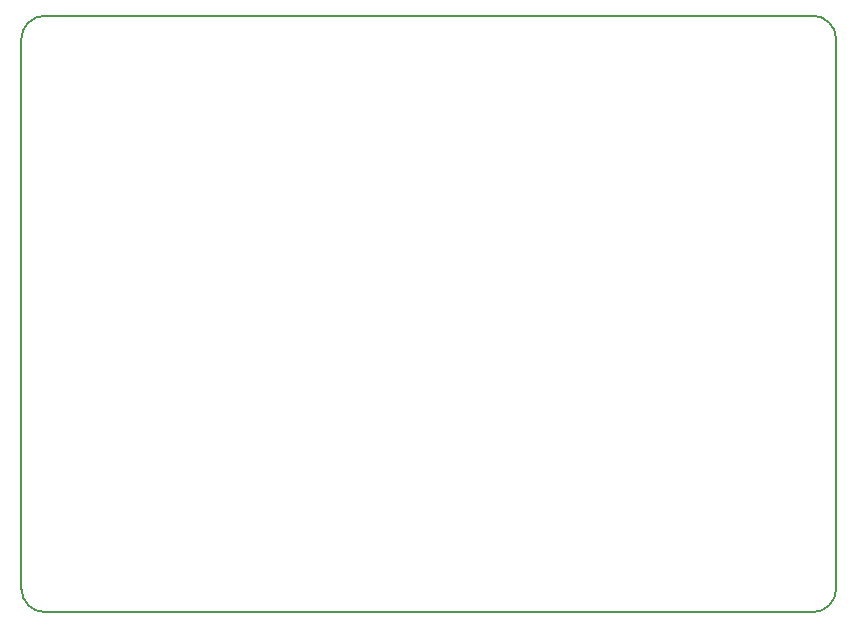
<source format=gm1>
%TF.GenerationSoftware,KiCad,Pcbnew,(6.0.0)*%
%TF.CreationDate,2021-12-27T13:21:06-08:00*%
%TF.ProjectId,Microtus-rp2040,4d696372-6f74-4757-932d-727032303430,rev?*%
%TF.SameCoordinates,Original*%
%TF.FileFunction,Profile,NP*%
%FSLAX46Y46*%
G04 Gerber Fmt 4.6, Leading zero omitted, Abs format (unit mm)*
G04 Created by KiCad (PCBNEW (6.0.0)) date 2021-12-27 13:21:06*
%MOMM*%
%LPD*%
G01*
G04 APERTURE LIST*
%TA.AperFunction,Profile*%
%ADD10C,0.150000*%
%TD*%
G04 APERTURE END LIST*
D10*
X67000000Y-50500000D02*
G75*
G03*
X69000000Y-48500000I0J2000000D01*
G01*
X0Y-48500000D02*
G75*
G03*
X2000000Y-50500000I2000000J0D01*
G01*
X2000000Y0D02*
G75*
G03*
X0Y-2000000I0J-2000000D01*
G01*
X69000000Y-2000000D02*
G75*
G03*
X67000000Y0I-2000000J0D01*
G01*
X0Y-48500000D02*
X0Y-2000000D01*
X67000000Y-50500000D02*
X2000000Y-50500000D01*
X69000000Y-2000000D02*
X69000000Y-48500000D01*
X2000000Y0D02*
X67000000Y0D01*
M02*

</source>
